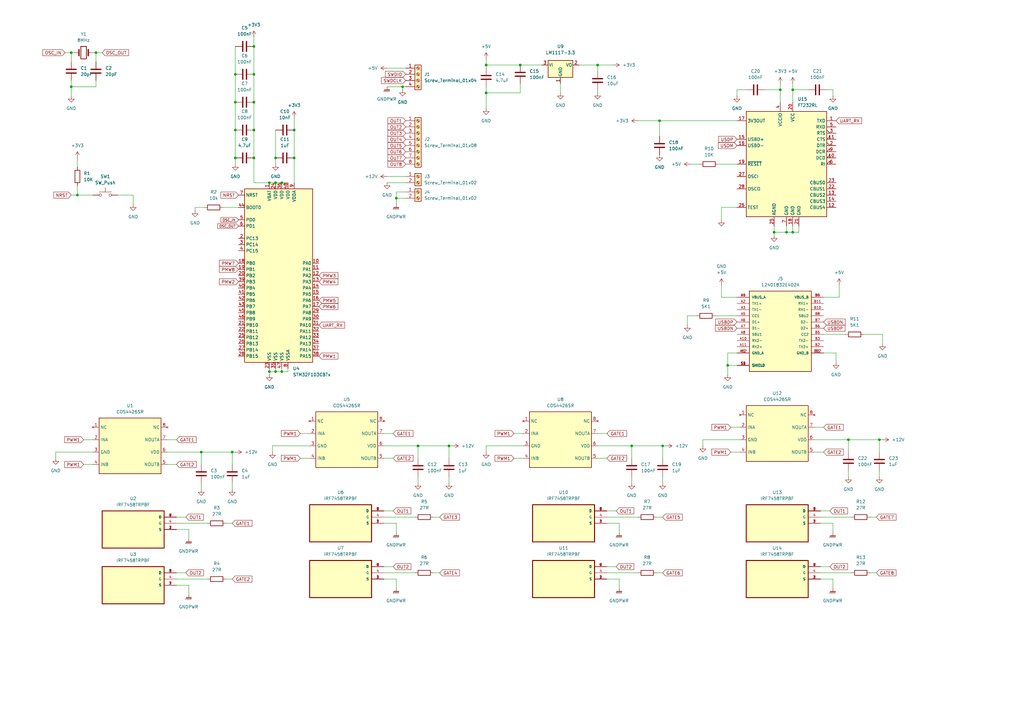
<source format=kicad_sch>
(kicad_sch (version 20211123) (generator eeschema)
  (paper "A3")
  (junction (at 29.21 35.56))
  (junction (at 31.75 80.01))
  (junction (at 270.51 49.53))
  (junction (at 199.39 38.1))
  (junction (at 104.14 53.34))
  (junction (at 104.14 30.48))
  (junction (at 29.21 21.59))
  (junction (at 325.12 36.83))
  (junction (at 104.14 19.05))
  (junction (at 199.39 26.67))
  (junction (at 82.55 185.42))
  (junction (at 320.04 36.83))
  (junction (at 171.45 182.88))
  (junction (at 113.03 152.4))
  (junction (at 96.52 64.77))
  (junction (at 115.57 74.93))
  (junction (at 120.65 64.77))
  (junction (at 271.78 182.88))
  (junction (at 360.68 180.34))
  (junction (at 245.11 26.67))
  (junction (at 113.03 64.77))
  (junction (at 317.5 95.25))
  (junction (at 162.56 81.28))
  (junction (at 213.36 26.67))
  (junction (at 95.25 185.42))
  (junction (at 104.14 64.77))
  (junction (at 298.45 149.86))
  (junction (at 96.52 41.91))
  (junction (at 120.65 53.34))
  (junction (at 184.15 182.88))
  (junction (at 322.58 95.25))
  (junction (at 96.52 53.34))
  (junction (at 115.57 152.4))
  (junction (at 165.1 35.56))
  (junction (at 39.37 21.59))
  (junction (at 113.03 74.93))
  (junction (at 110.49 152.4))
  (junction (at 96.52 30.48))
  (junction (at 104.14 41.91))
  (junction (at 110.49 74.93))
  (junction (at 347.98 180.34))
  (junction (at 325.12 95.25))
  (junction (at 259.08 182.88))
  (wire (pts (xy 298.45 149.86) (xy 298.45 153.67)))
  (wire (pts (xy 214.63 182.88) (xy 199.39 182.88)))
  (wire (pts (xy 157.48 177.8) (xy 161.29 177.8)))
  (wire (pts (xy 199.39 35.56) (xy 199.39 38.1)))
  (wire (pts (xy 162.56 81.28) (xy 162.56 83.82)))
  (wire (pts (xy 199.39 26.67) (xy 199.39 27.94)))
  (wire (pts (xy 157.48 214.63) (xy 162.56 214.63)))
  (wire (pts (xy 317.5 92.71) (xy 317.5 95.25)))
  (wire (pts (xy 322.58 95.25) (xy 325.12 95.25)))
  (wire (pts (xy 157.48 237.49) (xy 162.56 237.49)))
  (wire (pts (xy 157.48 187.96) (xy 161.29 187.96)))
  (wire (pts (xy 320.04 34.29) (xy 320.04 36.83)))
  (wire (pts (xy 166.37 81.28) (xy 162.56 81.28)))
  (wire (pts (xy 31.75 80.01) (xy 38.1 80.01)))
  (wire (pts (xy 68.58 190.5) (xy 72.39 190.5)))
  (wire (pts (xy 120.65 64.77) (xy 120.65 74.93)))
  (wire (pts (xy 96.52 64.77) (xy 96.52 67.31)))
  (wire (pts (xy 360.68 180.34) (xy 361.95 180.34)))
  (wire (pts (xy 325.12 36.83) (xy 331.47 36.83)))
  (wire (pts (xy 82.55 185.42) (xy 82.55 190.5)))
  (wire (pts (xy 120.65 53.34) (xy 120.65 64.77)))
  (wire (pts (xy 259.08 182.88) (xy 259.08 187.96)))
  (wire (pts (xy 302.26 85.09) (xy 295.91 85.09)))
  (wire (pts (xy 295.91 85.09) (xy 295.91 90.17)))
  (wire (pts (xy 80.01 85.09) (xy 80.01 86.36)))
  (wire (pts (xy 248.92 212.09) (xy 261.62 212.09)))
  (wire (pts (xy 171.45 195.58) (xy 171.45 198.12)))
  (wire (pts (xy 29.21 21.59) (xy 29.21 25.4)))
  (wire (pts (xy 104.14 19.05) (xy 104.14 30.48)))
  (wire (pts (xy 334.01 180.34) (xy 347.98 180.34)))
  (wire (pts (xy 111.76 182.88) (xy 127 182.88)))
  (wire (pts (xy 336.55 234.95) (xy 349.25 234.95)))
  (wire (pts (xy 347.98 180.34) (xy 360.68 180.34)))
  (wire (pts (xy 325.12 92.71) (xy 325.12 95.25)))
  (wire (pts (xy 299.72 185.42) (xy 303.53 185.42)))
  (wire (pts (xy 184.15 182.88) (xy 184.15 187.96)))
  (wire (pts (xy 336.55 237.49) (xy 341.63 237.49)))
  (wire (pts (xy 157.48 232.41) (xy 161.29 232.41)))
  (wire (pts (xy 361.95 137.16) (xy 361.95 140.97)))
  (wire (pts (xy 34.29 190.5) (xy 38.1 190.5)))
  (wire (pts (xy 336.55 214.63) (xy 341.63 214.63)))
  (wire (pts (xy 303.53 180.34) (xy 288.29 180.34)))
  (wire (pts (xy 341.63 214.63) (xy 341.63 218.44)))
  (wire (pts (xy 26.67 21.59) (xy 29.21 21.59)))
  (wire (pts (xy 110.49 152.4) (xy 110.49 153.67)))
  (wire (pts (xy 162.56 237.49) (xy 162.56 241.3)))
  (wire (pts (xy 184.15 198.12) (xy 184.15 195.58)))
  (wire (pts (xy 199.39 38.1) (xy 213.36 38.1)))
  (wire (pts (xy 110.49 152.4) (xy 113.03 152.4)))
  (wire (pts (xy 39.37 35.56) (xy 39.37 33.02)))
  (wire (pts (xy 325.12 36.83) (xy 325.12 41.91)))
  (wire (pts (xy 302.26 121.92) (xy 295.91 121.92)))
  (wire (pts (xy 48.26 80.01) (xy 54.61 80.01)))
  (wire (pts (xy 29.21 33.02) (xy 29.21 35.56)))
  (wire (pts (xy 261.62 49.53) (xy 270.51 49.53)))
  (wire (pts (xy 104.14 74.93) (xy 110.49 74.93)))
  (wire (pts (xy 171.45 182.88) (xy 171.45 187.96)))
  (wire (pts (xy 248.92 214.63) (xy 254 214.63)))
  (wire (pts (xy 245.11 26.67) (xy 251.46 26.67)))
  (wire (pts (xy 248.92 209.55) (xy 252.73 209.55)))
  (wire (pts (xy 269.24 234.95) (xy 271.78 234.95)))
  (wire (pts (xy 339.09 36.83) (xy 341.63 36.83)))
  (wire (pts (xy 199.39 182.88) (xy 199.39 185.42)))
  (wire (pts (xy 294.64 67.31) (xy 302.26 67.31)))
  (wire (pts (xy 68.58 185.42) (xy 82.55 185.42)))
  (wire (pts (xy 245.11 26.67) (xy 245.11 29.21)))
  (wire (pts (xy 210.82 177.8) (xy 214.63 177.8)))
  (wire (pts (xy 341.63 36.83) (xy 341.63 39.37)))
  (wire (pts (xy 360.68 180.34) (xy 360.68 185.42)))
  (wire (pts (xy 248.92 237.49) (xy 254 237.49)))
  (wire (pts (xy 72.39 214.63) (xy 85.09 214.63)))
  (wire (pts (xy 299.72 175.26) (xy 303.53 175.26)))
  (wire (pts (xy 82.55 198.12) (xy 82.55 200.66)))
  (wire (pts (xy 336.55 232.41) (xy 340.36 232.41)))
  (wire (pts (xy 347.98 180.34) (xy 347.98 185.42)))
  (wire (pts (xy 354.33 137.16) (xy 361.95 137.16)))
  (wire (pts (xy 123.19 177.8) (xy 127 177.8)))
  (wire (pts (xy 104.14 30.48) (xy 104.14 41.91)))
  (wire (pts (xy 341.63 237.49) (xy 341.63 241.3)))
  (wire (pts (xy 162.56 214.63) (xy 162.56 218.44)))
  (wire (pts (xy 72.39 212.09) (xy 76.2 212.09)))
  (wire (pts (xy 104.14 41.91) (xy 104.14 53.34)))
  (wire (pts (xy 213.36 34.29) (xy 213.36 38.1)))
  (wire (pts (xy 113.03 151.13) (xy 113.03 152.4)))
  (wire (pts (xy 157.48 182.88) (xy 171.45 182.88)))
  (wire (pts (xy 177.8 212.09) (xy 180.34 212.09)))
  (wire (pts (xy 213.36 26.67) (xy 222.25 26.67)))
  (wire (pts (xy 157.48 234.95) (xy 170.18 234.95)))
  (wire (pts (xy 325.12 34.29) (xy 325.12 36.83)))
  (wire (pts (xy 334.01 185.42) (xy 337.82 185.42)))
  (wire (pts (xy 115.57 74.93) (xy 118.11 74.93)))
  (wire (pts (xy 162.56 78.74) (xy 166.37 78.74)))
  (wire (pts (xy 96.52 41.91) (xy 96.52 53.34)))
  (wire (pts (xy 356.87 234.95) (xy 359.41 234.95)))
  (wire (pts (xy 162.56 78.74) (xy 162.56 81.28)))
  (wire (pts (xy 31.75 64.77) (xy 31.75 68.58)))
  (wire (pts (xy 118.11 152.4) (xy 118.11 151.13)))
  (wire (pts (xy 306.07 36.83) (xy 302.26 36.83)))
  (wire (pts (xy 288.29 180.34) (xy 288.29 182.88)))
  (wire (pts (xy 254 237.49) (xy 254 241.3)))
  (wire (pts (xy 22.86 185.42) (xy 22.86 187.96)))
  (wire (pts (xy 104.14 53.34) (xy 104.14 64.77)))
  (wire (pts (xy 336.55 209.55) (xy 340.36 209.55)))
  (wire (pts (xy 360.68 195.58) (xy 360.68 193.04)))
  (wire (pts (xy 96.52 53.34) (xy 96.52 64.77)))
  (wire (pts (xy 95.25 200.66) (xy 95.25 198.12)))
  (wire (pts (xy 115.57 152.4) (xy 118.11 152.4)))
  (wire (pts (xy 269.24 212.09) (xy 271.78 212.09)))
  (wire (pts (xy 54.61 80.01) (xy 54.61 83.82)))
  (wire (pts (xy 68.58 180.34) (xy 72.39 180.34)))
  (wire (pts (xy 171.45 182.88) (xy 184.15 182.88)))
  (wire (pts (xy 342.9 144.78) (xy 342.9 148.59)))
  (wire (pts (xy 104.14 64.77) (xy 104.14 74.93)))
  (wire (pts (xy 82.55 185.42) (xy 95.25 185.42)))
  (wire (pts (xy 317.5 95.25) (xy 322.58 95.25)))
  (wire (pts (xy 31.75 76.2) (xy 31.75 80.01)))
  (wire (pts (xy 157.48 212.09) (xy 170.18 212.09)))
  (wire (pts (xy 344.17 116.84) (xy 344.17 121.92)))
  (wire (pts (xy 302.26 36.83) (xy 302.26 39.37)))
  (wire (pts (xy 29.21 21.59) (xy 30.48 21.59)))
  (wire (pts (xy 39.37 21.59) (xy 39.37 25.4)))
  (wire (pts (xy 95.25 185.42) (xy 95.25 190.5)))
  (wire (pts (xy 92.71 214.63) (xy 95.25 214.63)))
  (wire (pts (xy 298.45 149.86) (xy 302.26 149.86)))
  (wire (pts (xy 72.39 237.49) (xy 85.09 237.49)))
  (wire (pts (xy 113.03 64.77) (xy 113.03 67.31)))
  (wire (pts (xy 302.26 144.78) (xy 298.45 144.78)))
  (wire (pts (xy 210.82 187.96) (xy 214.63 187.96)))
  (wire (pts (xy 313.69 36.83) (xy 320.04 36.83)))
  (wire (pts (xy 91.44 85.09) (xy 97.79 85.09)))
  (wire (pts (xy 77.47 217.17) (xy 77.47 220.98)))
  (wire (pts (xy 356.87 212.09) (xy 359.41 212.09)))
  (wire (pts (xy 245.11 182.88) (xy 259.08 182.88)))
  (wire (pts (xy 29.21 80.01) (xy 31.75 80.01)))
  (wire (pts (xy 72.39 234.95) (xy 76.2 234.95)))
  (wire (pts (xy 83.82 85.09) (xy 80.01 85.09)))
  (wire (pts (xy 199.39 38.1) (xy 199.39 44.45)))
  (wire (pts (xy 96.52 30.48) (xy 96.52 41.91)))
  (wire (pts (xy 237.49 26.67) (xy 245.11 26.67)))
  (wire (pts (xy 165.1 35.56) (xy 166.37 35.56)))
  (wire (pts (xy 95.25 185.42) (xy 96.52 185.42)))
  (wire (pts (xy 347.98 193.04) (xy 347.98 195.58)))
  (wire (pts (xy 38.1 21.59) (xy 39.37 21.59)))
  (wire (pts (xy 248.92 232.41) (xy 252.73 232.41)))
  (wire (pts (xy 113.03 53.34) (xy 113.03 64.77)))
  (wire (pts (xy 157.48 209.55) (xy 161.29 209.55)))
  (wire (pts (xy 184.15 182.88) (xy 185.42 182.88)))
  (wire (pts (xy 72.39 240.03) (xy 77.47 240.03)))
  (wire (pts (xy 337.82 121.92) (xy 344.17 121.92)))
  (wire (pts (xy 245.11 177.8) (xy 248.92 177.8)))
  (wire (pts (xy 259.08 182.88) (xy 271.78 182.88)))
  (wire (pts (xy 113.03 74.93) (xy 115.57 74.93)))
  (wire (pts (xy 104.14 15.24) (xy 104.14 19.05)))
  (wire (pts (xy 245.11 187.96) (xy 248.92 187.96)))
  (wire (pts (xy 120.65 48.26) (xy 120.65 53.34)))
  (wire (pts (xy 322.58 92.71) (xy 322.58 95.25)))
  (wire (pts (xy 327.66 92.71) (xy 327.66 95.25)))
  (wire (pts (xy 199.39 26.67) (xy 213.36 26.67)))
  (wire (pts (xy 110.49 74.93) (xy 113.03 74.93)))
  (wire (pts (xy 334.01 175.26) (xy 337.82 175.26)))
  (wire (pts (xy 110.49 151.13) (xy 110.49 152.4)))
  (wire (pts (xy 293.37 129.54) (xy 302.26 129.54)))
  (wire (pts (xy 281.94 129.54) (xy 285.75 129.54)))
  (wire (pts (xy 295.91 116.84) (xy 295.91 121.92)))
  (wire (pts (xy 39.37 21.59) (xy 41.91 21.59)))
  (wire (pts (xy 270.51 49.53) (xy 270.51 55.88)))
  (wire (pts (xy 259.08 195.58) (xy 259.08 198.12)))
  (wire (pts (xy 158.75 74.93) (xy 166.37 74.93)))
  (wire (pts (xy 245.11 36.83) (xy 245.11 38.1)))
  (wire (pts (xy 199.39 24.13) (xy 199.39 26.67)))
  (wire (pts (xy 111.76 182.88) (xy 111.76 185.42)))
  (wire (pts (xy 38.1 185.42) (xy 22.86 185.42)))
  (wire (pts (xy 270.51 49.53) (xy 302.26 49.53)))
  (wire (pts (xy 92.71 237.49) (xy 95.25 237.49)))
  (wire (pts (xy 229.87 34.29) (xy 229.87 38.1)))
  (wire (pts (xy 158.75 35.56) (xy 165.1 35.56)))
  (wire (pts (xy 96.52 19.05) (xy 96.52 30.48)))
  (wire (pts (xy 271.78 182.88) (xy 271.78 187.96)))
  (wire (pts (xy 320.04 36.83) (xy 320.04 41.91)))
  (wire (pts (xy 158.75 27.94) (xy 166.37 27.94)))
  (wire (pts (xy 254 214.63) (xy 254 218.44)))
  (wire (pts (xy 29.21 35.56) (xy 39.37 35.56)))
  (wire (pts (xy 123.19 187.96) (xy 127 187.96)))
  (wire (pts (xy 158.75 72.39) (xy 166.37 72.39)))
  (wire (pts (xy 336.55 212.09) (xy 349.25 212.09)))
  (wire (pts (xy 271.78 198.12) (xy 271.78 195.58)))
  (wire (pts (xy 298.45 144.78) (xy 298.45 149.86)))
  (wire (pts (xy 72.39 217.17) (xy 77.47 217.17)))
  (wire (pts (xy 271.78 182.88) (xy 273.05 182.88)))
  (wire (pts (xy 77.47 240.03) (xy 77.47 243.84)))
  (wire (pts (xy 34.29 180.34) (xy 38.1 180.34)))
  (wire (pts (xy 29.21 35.56) (xy 29.21 39.37)))
  (wire (pts (xy 113.03 152.4) (xy 115.57 152.4)))
  (wire (pts (xy 177.8 234.95) (xy 180.34 234.95)))
  (wire (pts (xy 248.92 234.95) (xy 261.62 234.95)))
  (wire (pts (xy 165.1 35.56) (xy 165.1 36.83)))
  (wire (pts (xy 283.21 67.31) (xy 287.02 67.31)))
  (wire (pts (xy 337.82 144.78) (xy 342.9 144.78)))
  (wire (pts (xy 317.5 95.25) (xy 317.5 96.52)))
  (wire (pts (xy 337.82 137.16) (xy 346.71 137.16)))
  (wire (pts (xy 281.94 129.54) (xy 281.94 133.35)))
  (wire (pts (xy 325.12 95.25) (xy 327.66 95.25)))
  (wire (pts (xy 115.57 151.13) (xy 115.57 152.4)))
  (global_label "PWM1" (shape input) (at 123.19 187.96 180) (property "Intersheet References" "${INTERSHEET_REFS}" (effects hide)))
  (global_label "GATE4" (shape input) (at 180.34 234.95 0) (property "Intersheet References" "${INTERSHEET_REFS}" (effects hide)))
  (global_label "GATE1" (shape input) (at 161.29 177.8 0) (property "Intersheet References" "${INTERSHEET_REFS}" (effects hide)))
  (global_label "OUT2" (shape input) (at 252.73 232.41 0) (property "Intersheet References" "${INTERSHEET_REFS}" (effects hide)))
  (global_label "PWM1" (shape input) (at 123.19 177.8 180) (property "Intersheet References" "${INTERSHEET_REFS}" (effects hide)))
  (global_label "PMW2" (shape input) (at 97.79 115.57 180) (property "Intersheet References" "${INTERSHEET_REFS}" (effects hide)))
  (global_label "OUT2" (shape input) (at 161.29 232.41 0) (property "Intersheet References" "${INTERSHEET_REFS}" (effects hide)))
  (global_label "OUT1" (shape input) (at 252.73 209.55 0) (property "Intersheet References" "${INTERSHEET_REFS}" (effects hide)))
  (global_label "PMW7" (shape input) (at 97.79 107.95 180) (property "Intersheet References" "${INTERSHEET_REFS}" (effects hide)))
  (global_label "USBDN" (shape input) (at 337.82 132.08 0) (property "Intersheet References" "${INTERSHEET_REFS}" (effects hide)))
  (global_label "GATE1" (shape input) (at 72.39 180.34 0) (property "Intersheet References" "${INTERSHEET_REFS}" (effects hide)))
  (global_label "GATE2" (shape input) (at 337.82 185.42 0) (property "Intersheet References" "${INTERSHEET_REFS}" (effects hide)))
  (global_label "PWM1" (shape input) (at 299.72 185.42 180) (property "Intersheet References" "${INTERSHEET_REFS}" (effects hide)))
  (global_label "GATE1" (shape input) (at 248.92 177.8 0) (property "Intersheet References" "${INTERSHEET_REFS}" (effects hide)))
  (global_label "PMW4" (shape input) (at 130.81 115.57 0) (property "Intersheet References" "${INTERSHEET_REFS}" (effects hide)))
  (global_label "GATE5" (shape input) (at 271.78 212.09 0) (property "Intersheet References" "${INTERSHEET_REFS}" (effects hide)))
  (global_label "USDP" (shape input) (at 302.26 57.15 180) (property "Intersheet References" "${INTERSHEET_REFS}" (effects hide)))
  (global_label "GATE2" (shape input) (at 72.39 190.5 0) (property "Intersheet References" "${INTERSHEET_REFS}" (effects hide)))
  (global_label "PWM1" (shape input) (at 210.82 177.8 180) (property "Intersheet References" "${INTERSHEET_REFS}" (effects hide)))
  (global_label "GATE8" (shape input) (at 359.41 234.95 0) (property "Intersheet References" "${INTERSHEET_REFS}" (effects hide)))
  (global_label "OSC_OUT" (shape input) (at 97.79 92.71 180) (effects (font (size 1 1))) (property "Intersheet References" "${INTERSHEET_REFS}" (effects hide)))
  (global_label "PMW5" (shape input) (at 130.81 123.19 0) (property "Intersheet References" "${INTERSHEET_REFS}" (effects hide)))
  (global_label "SWDCLK" (shape input) (at 166.37 33.02 180) (property "Intersheet References" "${INTERSHEET_REFS}" (effects hide)))
  (global_label "PMW1" (shape input) (at 130.81 146.05 0) (property "Intersheet References" "${INTERSHEET_REFS}" (effects hide)))
  (global_label "NRST" (shape input) (at 97.79 80.01 180) (property "Intersheet References" "${INTERSHEET_REFS}" (effects hide)))
  (global_label "USBDP" (shape input) (at 337.82 134.62 0) (property "Intersheet References" "${INTERSHEET_REFS}" (effects hide)))
  (global_label "PWM1" (shape input) (at 34.29 190.5 180) (property "Intersheet References" "${INTERSHEET_REFS}" (effects hide)))
  (global_label "GATE2" (shape input) (at 248.92 187.96 0) (property "Intersheet References" "${INTERSHEET_REFS}" (effects hide)))
  (global_label "PWM1" (shape input) (at 299.72 175.26 180) (property "Intersheet References" "${INTERSHEET_REFS}" (effects hide)))
  (global_label "OSC_IN" (shape input) (at 97.79 90.17 180) (effects (font (size 1 1))) (property "Intersheet References" "${INTERSHEET_REFS}" (effects hide)))
  (global_label "OUT2" (shape input) (at 166.37 52.07 180) (property "Intersheet References" "${INTERSHEET_REFS}" (effects hide)))
  (global_label "USBDN" (shape input) (at 302.26 134.62 180) (property "Intersheet References" "${INTERSHEET_REFS}" (effects hide)))
  (global_label "UART_RX" (shape input) (at 342.9 49.53 0) (property "Intersheet References" "${INTERSHEET_REFS}" (effects hide)))
  (global_label "GATE7" (shape input) (at 359.41 212.09 0) (property "Intersheet References" "${INTERSHEET_REFS}" (effects hide)))
  (global_label "OUT1" (shape input) (at 340.36 209.55 0) (property "Intersheet References" "${INTERSHEET_REFS}" (effects hide)))
  (global_label "GATE3" (shape input) (at 180.34 212.09 0) (property "Intersheet References" "${INTERSHEET_REFS}" (effects hide)))
  (global_label "OSC_IN" (shape input) (at 26.67 21.59 180) (property "Intersheet References" "${INTERSHEET_REFS}" (effects hide)))
  (global_label "NRST" (shape input) (at 29.21 80.01 180) (property "Intersheet References" "${INTERSHEET_REFS}" (effects hide)))
  (global_label "GATE2" (shape input) (at 95.25 237.49 0) (property "Intersheet References" "${INTERSHEET_REFS}" (effects hide)))
  (global_label "OUT5" (shape input) (at 166.37 59.69 180) (property "Intersheet References" "${INTERSHEET_REFS}" (effects hide)))
  (global_label "GATE2" (shape input) (at 161.29 187.96 0) (property "Intersheet References" "${INTERSHEET_REFS}" (effects hide)))
  (global_label "OUT1" (shape input) (at 161.29 209.55 0) (property "Intersheet References" "${INTERSHEET_REFS}" (effects hide)))
  (global_label "OSC_OUT" (shape input) (at 41.91 21.59 0) (property "Intersheet References" "${INTERSHEET_REFS}" (effects hide)))
  (global_label "OUT2" (shape input) (at 76.2 234.95 0) (property "Intersheet References" "${INTERSHEET_REFS}" (effects hide)))
  (global_label "PMW3" (shape input) (at 130.81 113.03 0) (property "Intersheet References" "${INTERSHEET_REFS}" (effects hide)))
  (global_label "OUT8" (shape input) (at 166.37 67.31 180) (property "Intersheet References" "${INTERSHEET_REFS}" (effects hide)))
  (global_label "PWM1" (shape input) (at 34.29 180.34 180) (property "Intersheet References" "${INTERSHEET_REFS}" (effects hide)))
  (global_label "PMW8" (shape input) (at 97.79 110.49 180) (property "Intersheet References" "${INTERSHEET_REFS}" (effects hide)))
  (global_label "OUT7" (shape input) (at 166.37 64.77 180) (property "Intersheet References" "${INTERSHEET_REFS}" (effects hide)))
  (global_label "GATE1" (shape input) (at 95.25 214.63 0) (property "Intersheet References" "${INTERSHEET_REFS}" (effects hide)))
  (global_label "OUT1" (shape input) (at 166.37 49.53 180) (property "Intersheet References" "${INTERSHEET_REFS}" (effects hide)))
  (global_label "USDM" (shape input) (at 302.26 59.69 180) (property "Intersheet References" "${INTERSHEET_REFS}" (effects hide)))
  (global_label "OUT3" (shape input) (at 166.37 54.61 180) (property "Intersheet References" "${INTERSHEET_REFS}" (effects hide)))
  (global_label "OUT6" (shape input) (at 166.37 62.23 180) (property "Intersheet References" "${INTERSHEET_REFS}" (effects hide)))
  (global_label "SWDIO" (shape input) (at 166.37 30.48 180) (property "Intersheet References" "${INTERSHEET_REFS}" (effects hide)))
  (global_label "PMW6" (shape input) (at 130.81 125.73 0) (property "Intersheet References" "${INTERSHEET_REFS}" (effects hide)))
  (global_label "USBDP" (shape input) (at 302.26 132.08 180) (property "Intersheet References" "${INTERSHEET_REFS}" (effects hide)))
  (global_label "GATE6" (shape input) (at 271.78 234.95 0) (property "Intersheet References" "${INTERSHEET_REFS}" (effects hide)))
  (global_label "OUT1" (shape input) (at 76.2 212.09 0) (property "Intersheet References" "${INTERSHEET_REFS}" (effects hide)))
  (global_label "PWM1" (shape input) (at 210.82 187.96 180) (property "Intersheet References" "${INTERSHEET_REFS}" (effects hide)))
  (global_label "UART_RX" (shape input) (at 130.81 133.35 0) (property "Intersheet References" "${INTERSHEET_REFS}" (effects hide)))
  (global_label "OUT4" (shape input) (at 166.37 57.15 180) (property "Intersheet References" "${INTERSHEET_REFS}" (effects hide)))
  (global_label "GATE1" (shape input) (at 337.82 175.26 0) (property "Intersheet References" "${INTERSHEET_REFS}" (effects hide)))
  (global_label "OUT2" (shape input) (at 340.36 232.41 0) (property "Intersheet References" "${INTERSHEET_REFS}" (effects hide)))
  (symbol (lib_id "Connector:Screw_Terminal_01x02") (at 171.45 72.39 0) (unit 1)
    (property "Reference" "J3" (at 173.99 72.3899 0) (effects (justify left)))
    (property "Value" "Screw_Terminal_01x02" (at 173.99 74.9299 0) (effects (justify left)))
  )
  (symbol (lib_id "power:GNDPWR") (at 162.56 83.82 0) (unit 1)
    (property "Reference" "#PWR021" (effects hide))
    (property "Value" "GNDPWR" (at 162.433 88.9 0))
  )
  (symbol (lib_id "Device:Crystal") (at 34.29 21.59 0) (unit 1)
    (property "Reference" "Y1" (at 34.29 13.97 0))
    (property "Value" "8MHz" (at 34.29 16.51 0))
  )
  (symbol (lib_id "power:GND") (at 22.86 187.96 0) (unit 1)
    (property "Reference" "#PWR01" (effects hide))
    (property "Value" "GND" (at 22.86 193.04 0))
  )
  (symbol (lib_id "power:+3V3") (at 261.62 49.53 90) (unit 1)
    (property "Reference" "#PWR037" (effects hide))
    (property "Value" "+3V3" (at 257.81 49.5299 90) (effects (justify left)))
  )
  (symbol (lib_id "power:GNDPWR") (at 77.47 220.98 0) (unit 1)
    (property "Reference" "#PWR05" (effects hide))
    (property "Value" "GNDPWR" (at 77.343 226.06 0))
  )
  (symbol (lib_id "Device:R") (at 87.63 85.09 90) (unit 1)
    (property "Reference" "R2" (at 87.63 78.74 90))
    (property "Value" "10k" (at 87.63 81.28 90))
  )
  (symbol (lib_id "power:GND") (at 360.68 195.58 0) (unit 1)
    (property "Reference" "#PWR057" (effects hide))
    (property "Value" "GND" (at 360.68 200.66 0))
  )
  (symbol (lib_id "power:GND") (at 288.29 182.88 0) (unit 1)
    (property "Reference" "#PWR043" (effects hide))
    (property "Value" "GND" (at 288.29 187.96 0))
  )
  (symbol (lib_id "Device:R") (at 350.52 137.16 90) (unit 1)
    (property "Reference" "R11" (at 350.52 130.81 90))
    (property "Value" "5K1" (at 350.52 133.35 90))
  )
  (symbol (lib_id "power:GND") (at 342.9 148.59 0) (unit 1)
    (property "Reference" "#PWR054" (effects hide))
    (property "Value" "GND" (at 342.9 153.67 0))
  )
  (symbol (lib_id "Device:C") (at 270.51 59.69 0) (unit 1)
    (property "Reference" "C18" (at 274.32 58.4199 0) (effects (justify left)))
    (property "Value" "100nF" (at 274.32 60.9599 0) (effects (justify left)))
  )
  (symbol (lib_id "COS4426SR:COS4426SR") (at 52.07 170.18 0) (unit 1)
    (property "Reference" "U1" (at 53.34 166.37 0))
    (property "Value" "COS4426SR" (at 53.34 168.91 0))
  )
  (symbol (lib_id "IRF7458TRPBF:IRF7458TRPBF") (at 139.7 237.49 0) (unit 1)
    (property "Reference" "U7" (at 139.7 224.79 0))
    (property "Value" "IRF7458TRPBF" (at 139.7 227.33 0))
    (property "Footprint" "SOIC127P490X600X175-8N" (effects hide))
    (property "Manufacturer" "Infineon" (effects hide))
    (property "Package" "SOIC127P490X600X175-8N" (effects hide))
  )
  (symbol (lib_id "Device:R") (at 265.43 212.09 90) (unit 1)
    (property "Reference" "R7" (at 265.43 205.74 90))
    (property "Value" "27R" (at 265.43 208.28 90))
  )
  (symbol (lib_id "power:GND") (at 29.21 39.37 0) (unit 1)
    (property "Reference" "#PWR02" (effects hide))
    (property "Value" "GND" (at 29.21 44.45 0))
  )
  (symbol (lib_id "Device:C") (at 116.84 64.77 90) (unit 1)
    (property "Reference" "C11" (at 116.84 57.15 90))
    (property "Value" "1uF" (at 116.84 59.69 90))
  )
  (symbol (lib_id "Device:C") (at 347.98 189.23 0) (unit 1)
    (property "Reference" "C22" (at 351.79 187.9599 0) (effects (justify left)))
    (property "Value" "100nF" (at 351.79 190.4999 0) (effects (justify left)))
  )
  (symbol (lib_id "Device:C") (at 271.78 191.77 0) (unit 1)
    (property "Reference" "C19" (at 275.59 190.4999 0) (effects (justify left)))
    (property "Value" "1uF" (at 275.59 193.0399 0) (effects (justify left)))
  )
  (symbol (lib_id "power:GND") (at 245.11 38.1 0) (unit 1)
    (property "Reference" "#PWR032" (effects hide))
    (property "Value" "GND" (at 245.11 43.18 0))
  )
  (symbol (lib_id "Device:R") (at 289.56 129.54 270) (mirror x) (unit 1)
    (property "Reference" "R9" (at 289.56 123.19 90))
    (property "Value" "5K1" (at 289.56 125.73 90))
  )
  (symbol (lib_id "power:+12V") (at 185.42 182.88 270) (unit 1)
    (property "Reference" "#PWR027" (effects hide))
    (property "Value" "+12V" (at 189.23 182.8799 90) (effects (justify left)))
  )
  (symbol (lib_id "IRF7458TRPBF:IRF7458TRPBF") (at 54.61 240.03 0) (unit 1)
    (property "Reference" "U3" (at 54.61 227.33 0))
    (property "Value" "IRF7458TRPBF" (at 54.61 229.87 0))
    (property "Footprint" "SOIC127P490X600X175-8N" (effects hide))
    (property "Manufacturer" "Infineon" (effects hide))
    (property "Package" "SOIC127P490X600X175-8N" (effects hide))
  )
  (symbol (lib_id "Device:C") (at 29.21 29.21 0) (unit 1)
    (property "Reference" "C1" (at 33.02 27.9399 0) (effects (justify left)))
    (property "Value" "20pF" (at 33.02 30.4799 0) (effects (justify left)))
  )
  (symbol (lib_id "Device:R") (at 353.06 212.09 90) (unit 1)
    (property "Reference" "R12" (at 353.06 205.74 90))
    (property "Value" "27R" (at 353.06 208.28 90))
  )
  (symbol (lib_id "power:GND") (at 171.45 198.12 0) (unit 1)
    (property "Reference" "#PWR025" (effects hide))
    (property "Value" "GND" (at 171.45 203.2 0))
  )
  (symbol (lib_id "power:+3V3") (at 251.46 26.67 270) (unit 1)
    (property "Reference" "#PWR033" (effects hide))
    (property "Value" "+3V3" (at 255.27 26.6699 90) (effects (justify left)))
  )
  (symbol (lib_id "power:+12V") (at 361.95 180.34 270) (unit 1)
    (property "Reference" "#PWR059" (effects hide))
    (property "Value" "+12V" (at 365.76 180.3399 90) (effects (justify left)))
  )
  (symbol (lib_id "power:GND") (at 259.08 198.12 0) (unit 1)
    (property "Reference" "#PWR036" (effects hide))
    (property "Value" "GND" (at 259.08 203.2 0))
  )
  (symbol (lib_id "power:GNDPWR") (at 254 241.3 0) (unit 1)
    (property "Reference" "#PWR035" (effects hide))
    (property "Value" "GNDPWR" (at 253.873 246.38 0))
  )
  (symbol (lib_id "power:GND") (at 96.52 67.31 0) (unit 1)
    (property "Reference" "#PWR010" (effects hide))
    (property "Value" "GND" (at 96.52 72.39 0))
  )
  (symbol (lib_id "power:+3V3") (at 120.65 48.26 0) (unit 1)
    (property "Reference" "#PWR016" (effects hide))
    (property "Value" "+3V3" (at 120.65 43.18 0))
  )
  (symbol (lib_id "power:GND") (at 270.51 63.5 0) (unit 1)
    (property "Reference" "#PWR038" (effects hide))
    (property "Value" "GND" (at 270.51 68.58 0))
  )
  (symbol (lib_id "power:GND") (at 317.5 96.52 0) (unit 1)
    (property "Reference" "#PWR048" (effects hide))
    (property "Value" "GND" (at 317.5 101.6 0))
  )
  (symbol (lib_id "power:GND") (at 111.76 185.42 0) (unit 1)
    (property "Reference" "#PWR014" (effects hide))
    (property "Value" "GND" (at 111.76 190.5 0))
  )
  (symbol (lib_id "power:GND") (at 271.78 198.12 0) (unit 1)
    (property "Reference" "#PWR039" (effects hide))
    (property "Value" "GND" (at 271.78 203.2 0))
  )
  (symbol (lib_id "IRF7458TRPBF:IRF7458TRPBF") (at 54.61 217.17 0) (unit 1)
    (property "Reference" "U2" (at 54.61 204.47 0))
    (property "Value" "IRF7458TRPBF" (at 54.61 207.01 0))
    (property "Footprint" "SOIC127P490X600X175-8N" (effects hide))
    (property "Manufacturer" "Infineon" (effects hide))
    (property "Package" "SOIC127P490X600X175-8N" (effects hide))
  )
  (symbol (lib_id "power:GNDPWR") (at 158.75 35.56 0) (unit 1)
    (property "Reference" "#PWR018" (effects hide))
    (property "Value" "GNDPWR" (at 158.623 40.64 0))
  )
  (symbol (lib_id "IRF7458TRPBF:IRF7458TRPBF") (at 139.7 214.63 0) (unit 1)
    (property "Reference" "U6" (at 139.7 201.93 0))
    (property "Value" "IRF7458TRPBF" (at 139.7 204.47 0))
    (property "Footprint" "SOIC127P490X600X175-8N" (effects hide))
    (property "Manufacturer" "Infineon" (effects hide))
    (property "Package" "SOIC127P490X600X175-8N" (effects hide))
  )
  (symbol (lib_id "COS4426SR:COS4426SR") (at 140.97 167.64 0) (unit 1)
    (property "Reference" "U5" (at 142.24 163.83 0))
    (property "Value" "COS4426SR" (at 142.24 166.37 0))
  )
  (symbol (lib_id "Device:R") (at 173.99 234.95 90) (unit 1)
    (property "Reference" "R6" (at 173.99 228.6 90))
    (property "Value" "27R" (at 173.99 231.14 90))
  )
  (symbol (lib_id "power:GND") (at 199.39 44.45 0) (unit 1)
    (property "Reference" "#PWR029" (effects hide))
    (property "Value" "GND" (at 199.39 49.53 0))
  )
  (symbol (lib_id "power:GNDPWR") (at 77.47 243.84 0) (unit 1)
    (property "Reference" "#PWR06" (effects hide))
    (property "Value" "GNDPWR" (at 77.343 248.92 0))
  )
  (symbol (lib_id "Interface_USB:FT232RL") (at 322.58 67.31 0) (unit 1)
    (property "Reference" "U15" (at 327.1394 40.64 0) (effects (justify left)))
    (property "Value" "FT232RL" (at 327.1394 43.18 0) (effects (justify left)))
    (property "Footprint" "Package_SO:SSOP-28_5.3x10.2mm_P0.65mm" (effects hide))
    (property "Datasheet" "https://www.ftdichip.com/Support/Documents/DataSheets/ICs/DS_FT232R.pdf" (effects hide))
  )
  (symbol (lib_id "Device:R") (at 353.06 234.95 90) (unit 1)
    (property "Reference" "R13" (at 353.06 228.6 90))
    (property "Value" "27R" (at 353.06 231.14 90))
  )
  (symbol (lib_id "power:+5V") (at 344.17 116.84 0) (unit 1)
    (property "Reference" "#PWR055" (effects hide))
    (property "Value" "+5V" (at 344.17 111.76 0))
  )
  (symbol (lib_id "MCU_ST_STM32F1:STM32F103CBTx") (at 115.57 113.03 0) (unit 1)
    (property "Reference" "U4" (at 120.1294 151.13 0) (effects (justify left)))
    (property "Value" "STM32F103CBTx" (at 120.1294 153.67 0) (effects (justify left)))
    (property "Footprint" "Package_QFP:LQFP-48_7x7mm_P0.5mm" (effects hide))
    (property "Datasheet" "http://www.st.com/st-web-ui/static/active/en/resource/technical/document/datasheet/CD00161566.pdf" (effects hide))
  )
  (symbol (lib_id "Device:C") (at 82.55 194.31 0) (unit 1)
    (property "Reference" "C3" (at 86.36 193.0399 0) (effects (justify left)))
    (property "Value" "100nF" (at 86.36 195.5799 0) (effects (justify left)))
  )
  (symbol (lib_id "COS4426SR:COS4426SR") (at 317.5 165.1 0) (unit 1)
    (property "Reference" "U12" (at 318.77 161.29 0))
    (property "Value" "COS4426SR" (at 318.77 163.83 0))
  )
  (symbol (lib_id "power:GND") (at 302.26 39.37 0) (unit 1)
    (property "Reference" "#PWR047" (effects hide))
    (property "Value" "GND" (at 302.26 44.45 0))
  )
  (symbol (lib_id "power:GND") (at 281.94 133.35 0) (mirror y) (unit 1)
    (property "Reference" "#PWR041" (effects hide))
    (property "Value" "GND" (at 281.94 138.43 0))
  )
  (symbol (lib_id "12401832E402A:12401832E402A") (at 320.04 134.62 0) (unit 1)
    (property "Reference" "J5" (at 320.04 114.3 0))
    (property "Value" "12401832E402A" (at 320.04 116.84 0))
    (property "Footprint" "AMPHENOL_12401832E402A" (effects hide))
    (property "MAXIMUM_PACKAGE_HIEGHT" "3.28mm" (effects hide))
    (property "STANDARD" "Manufacturer Recommendations" (effects hide))
    (property "PARTREV" "X2" (effects hide))
    (property "MANUFACTURER" "Amphenol" (effects hide))
  )
  (symbol (lib_id "power:+5V") (at 325.12 34.29 0) (unit 1)
    (property "Reference" "#PWR050" (effects hide))
    (property "Value" "+5V" (at 325.12 29.21 0))
  )
  (symbol (lib_id "power:GND") (at 165.1 36.83 0) (unit 1)
    (property "Reference" "#PWR024" (effects hide))
    (property "Value" "GND" (at 165.1 41.91 0))
  )
  (symbol (lib_id "Device:C") (at 100.33 30.48 90) (unit 1)
    (property "Reference" "C6" (at 100.33 22.86 90))
    (property "Value" "100nF" (at 100.33 25.4 90))
  )
  (symbol (lib_id "IRF7458TRPBF:IRF7458TRPBF") (at 231.14 237.49 0) (unit 1)
    (property "Reference" "U11" (at 231.14 224.79 0))
    (property "Value" "IRF7458TRPBF" (at 231.14 227.33 0))
    (property "Footprint" "SOIC127P490X600X175-8N" (effects hide))
    (property "Manufacturer" "Infineon" (effects hide))
    (property "Package" "SOIC127P490X600X175-8N" (effects hide))
  )
  (symbol (lib_id "IRF7458TRPBF:IRF7458TRPBF") (at 231.14 214.63 0) (unit 1)
    (property "Reference" "U10" (at 231.14 201.93 0))
    (property "Value" "IRF7458TRPBF" (at 231.14 204.47 0))
    (property "Footprint" "SOIC127P490X600X175-8N" (effects hide))
    (property "Manufacturer" "Infineon" (effects hide))
    (property "Package" "SOIC127P490X600X175-8N" (effects hide))
  )
  (symbol (lib_id "Device:R") (at 290.83 67.31 90) (unit 1)
    (property "Reference" "R10" (at 290.83 60.96 90))
    (property "Value" "10K" (at 290.83 63.5 90))
  )
  (symbol (lib_id "power:GND") (at 229.87 38.1 0) (unit 1)
    (property "Reference" "#PWR031" (effects hide))
    (property "Value" "GND" (at 229.87 43.18 0))
  )
  (symbol (lib_id "Connector:Screw_Terminal_01x04") (at 171.45 30.48 0) (unit 1)
    (property "Reference" "J1" (at 173.99 30.4799 0) (effects (justify left)))
    (property "Value" "Screw_Terminal_01x04" (at 173.99 33.0199 0) (effects (justify left)))
  )
  (symbol (lib_id "Connector:Screw_Terminal_01x02") (at 171.45 78.74 0) (unit 1)
    (property "Reference" "J4" (at 173.99 78.7399 0) (effects (justify left)))
    (property "Value" "Screw_Terminal_01x02" (at 173.99 81.2799 0) (effects (justify left)))
  )
  (symbol (lib_id "Device:C") (at 100.33 19.05 90) (unit 1)
    (property "Reference" "C5" (at 100.33 11.43 90))
    (property "Value" "100nF" (at 100.33 13.97 90))
  )
  (symbol (lib_id "power:GND") (at 295.91 90.17 0) (unit 1)
    (property "Reference" "#PWR044" (effects hide))
    (property "Value" "GND" (at 295.91 109.22 0))
  )
  (symbol (lib_id "power:+12V") (at 96.52 185.42 270) (unit 1)
    (property "Reference" "#PWR011" (effects hide))
    (property "Value" "+12V" (at 100.33 185.4199 90) (effects (justify left)))
  )
  (symbol (lib_id "Device:C") (at 335.28 36.83 90) (unit 1)
    (property "Reference" "C21" (at 335.28 29.21 90))
    (property "Value" "100nF" (at 335.28 31.75 90))
  )
  (symbol (lib_id "power:GNDPWR") (at 341.63 218.44 0) (unit 1)
    (property "Reference" "#PWR052" (effects hide))
    (property "Value" "GNDPWR" (at 341.503 223.52 0))
  )
  (symbol (lib_id "power:GND") (at 95.25 200.66 0) (unit 1)
    (property "Reference" "#PWR09" (effects hide))
    (property "Value" "GND" (at 95.25 205.74 0))
  )
  (symbol (lib_id "power:GND") (at 298.45 153.67 0) (unit 1)
    (property "Reference" "#PWR046" (effects hide))
    (property "Value" "GND" (at 298.45 158.75 0))
  )
  (symbol (lib_id "Device:C") (at 199.39 31.75 0) (unit 1)
    (property "Reference" "C14" (at 203.2 30.4799 0) (effects (justify left)))
    (property "Value" "4.7uF" (at 203.2 33.0199 0) (effects (justify left)))
  )
  (symbol (lib_id "power:+3V3") (at 320.04 34.29 0) (unit 1)
    (property "Reference" "#PWR049" (effects hide))
    (property "Value" "+3V3" (at 320.04 29.21 0))
  )
  (symbol (lib_id "power:GND") (at 361.95 140.97 0) (unit 1)
    (property "Reference" "#PWR058" (effects hide))
    (property "Value" "GND" (at 361.95 146.05 0))
  )
  (symbol (lib_id "power:GND") (at 184.15 198.12 0) (unit 1)
    (property "Reference" "#PWR026" (effects hide))
    (property "Value" "GND" (at 184.15 203.2 0))
  )
  (symbol (lib_id "Device:C") (at 39.37 29.21 0) (unit 1)
    (property "Reference" "C2" (at 43.18 27.9399 0) (effects (justify left)))
    (property "Value" "20pF" (at 43.18 30.4799 0) (effects (justify left)))
  )
  (symbol (lib_id "power:+5V") (at 283.21 67.31 90) (unit 1)
    (property "Reference" "#PWR042" (effects hide))
    (property "Value" "+5V" (at 279.4 67.3099 90) (effects (justify left)))
  )
  (symbol (lib_id "Device:C") (at 184.15 191.77 0) (unit 1)
    (property "Reference" "C13" (at 187.96 190.4999 0) (effects (justify left)))
    (property "Value" "1uF" (at 187.96 193.0399 0) (effects (justify left)))
  )
  (symbol (lib_id "Device:C") (at 100.33 53.34 90) (unit 1)
    (property "Reference" "C8" (at 100.33 45.72 90))
    (property "Value" "100nF" (at 100.33 48.26 90))
  )
  (symbol (lib_id "Device:C") (at 116.84 53.34 90) (unit 1)
    (property "Reference" "C10" (at 116.84 45.72 90))
    (property "Value" "10nF" (at 116.84 48.26 90))
  )
  (symbol (lib_id "power:GND") (at 80.01 86.36 0) (unit 1)
    (property "Reference" "#PWR07" (effects hide))
    (property "Value" "GND" (at 80.01 91.44 0))
  )
  (symbol (lib_id "Device:C") (at 100.33 64.77 90) (unit 1)
    (property "Reference" "C9" (at 100.33 57.15 90))
    (property "Value" "4.7uF" (at 100.33 59.69 90))
  )
  (symbol (lib_id "power:GNDPWR") (at 254 218.44 0) (unit 1)
    (property "Reference" "#PWR034" (effects hide))
    (property "Value" "GNDPWR" (at 253.873 223.52 0))
  )
  (symbol (lib_id "power:+12V") (at 273.05 182.88 270) (unit 1)
    (property "Reference" "#PWR040" (effects hide))
    (property "Value" "+12V" (at 276.86 182.8799 90) (effects (justify left)))
  )
  (symbol (lib_id "power:+12V") (at 158.75 72.39 90) (unit 1)
    (property "Reference" "#PWR019" (effects hide))
    (property "Value" "+12V" (at 154.94 72.3899 90) (effects (justify left)))
  )
  (symbol (lib_id "Device:C") (at 360.68 189.23 0) (unit 1)
    (property "Reference" "C23" (at 364.49 187.9599 0) (effects (justify left)))
    (property "Value" "1uF" (at 364.49 190.4999 0) (effects (justify left)))
  )
  (symbol (lib_id "Regulator_Linear:LM1117-3.3") (at 229.87 26.67 0) (unit 1)
    (property "Reference" "U9" (at 229.87 19.05 0))
    (property "Value" "LM1117-3.3" (at 229.87 21.59 0))
    (property "Datasheet" "http://www.ti.com/lit/ds/symlink/lm1117.pdf" (effects hide))
  )
  (symbol (lib_id "Device:R") (at 31.75 72.39 0) (unit 1)
    (property "Reference" "R1" (at 34.29 71.1199 0) (effects (justify left)))
    (property "Value" "10K" (at 34.29 73.6599 0) (effects (justify left)))
  )
  (symbol (lib_id "Device:C") (at 309.88 36.83 90) (unit 1)
    (property "Reference" "C20" (at 309.88 29.21 90))
    (property "Value" "100nF" (at 309.88 31.75 90))
  )
  (symbol (lib_id "Device:C") (at 259.08 191.77 0) (unit 1)
    (property "Reference" "C17" (at 262.89 190.4999 0) (effects (justify left)))
    (property "Value" "100nF" (at 262.89 193.0399 0) (effects (justify left)))
  )
  (symbol (lib_id "power:+3V3") (at 31.75 64.77 0) (unit 1)
    (property "Reference" "#PWR03" (effects hide))
    (property "Value" "+3V3" (at 31.75 59.69 0))
  )
  (symbol (lib_id "power:GND") (at 82.55 200.66 0) (unit 1)
    (property "Reference" "#PWR08" (effects hide))
    (property "Value" "GND" (at 82.55 205.74 0))
  )
  (symbol (lib_id "power:GND") (at 199.39 185.42 0) (unit 1)
    (property "Reference" "#PWR030" (effects hide))
    (property "Value" "GND" (at 199.39 190.5 0))
  )
  (symbol (lib_id "Device:R") (at 88.9 237.49 90) (unit 1)
    (property "Reference" "R4" (at 88.9 231.14 90))
    (property "Value" "27R" (at 88.9 233.68 90))
  )
  (symbol (lib_id "power:GND") (at 341.63 39.37 0) (unit 1)
    (property "Reference" "#PWR051" (effects hide))
    (property "Value" "GND" (at 341.63 44.45 0))
  )
  (symbol (lib_id "power:GND") (at 347.98 195.58 0) (unit 1)
    (property "Reference" "#PWR056" (effects hide))
    (property "Value" "GND" (at 347.98 200.66 0))
  )
  (symbol (lib_id "Connector:Screw_Terminal_01x08") (at 171.45 57.15 0) (unit 1)
    (property "Reference" "J2" (at 173.99 57.1499 0) (effects (justify left)))
    (property "Value" "Screw_Terminal_01x08" (at 173.99 59.6899 0) (effects (justify left)))
  )
  (symbol (lib_id "Switch:SW_Push") (at 43.18 80.01 0) (unit 1)
    (property "Reference" "SW1" (at 43.18 72.39 0))
    (property "Value" "SW_Push" (at 43.18 74.93 0))
  )
  (symbol (lib_id "power:+5V") (at 199.39 24.13 0) (unit 1)
    (property "Reference" "#PWR028" (effects hide))
    (property "Value" "+5V" (at 199.39 19.05 0))
  )
  (symbol (lib_id "power:+5V") (at 158.75 27.94 90) (unit 1)
    (property "Reference" "#PWR017" (effects hide))
    (property "Value" "+5V" (at 154.94 27.9399 90) (effects (justify left)))
  )
  (symbol (lib_id "Device:C") (at 100.33 41.91 90) (unit 1)
    (property "Reference" "C7" (at 100.33 34.29 90))
    (property "Value" "100nF" (at 100.33 36.83 90))
  )
  (symbol (lib_id "Device:C") (at 171.45 191.77 0) (unit 1)
    (property "Reference" "C12" (at 175.26 190.4999 0) (effects (justify left)))
    (property "Value" "100nF" (at 175.26 193.0399 0) (effects (justify left)))
  )
  (symbol (lib_id "Device:R") (at 88.9 214.63 90) (unit 1)
    (property "Reference" "R3" (at 88.9 208.28 90))
    (property "Value" "27R" (at 88.9 210.82 90))
  )
  (symbol (lib_id "power:+5V") (at 295.91 116.84 0) (mirror y) (unit 1)
    (property "Reference" "#PWR045" (effects hide))
    (property "Value" "+5V" (at 295.91 111.76 0))
  )
  (symbol (lib_id "power:GND") (at 113.03 67.31 0) (unit 1)
    (property "Reference" "#PWR015" (effects hide))
    (property "Value" "GND" (at 113.03 72.39 0))
  )
  (symbol (lib_id "power:GND") (at 54.61 83.82 0) (unit 1)
    (property "Reference" "#PWR04" (effects hide))
    (property "Value" "GND" (at 54.61 88.9 0))
  )
  (symbol (lib_id "power:GNDPWR") (at 162.56 218.44 0) (unit 1)
    (property "Reference" "#PWR022" (effects hide))
    (property "Value" "GNDPWR" (at 162.433 223.52 0))
  )
  (symbol (lib_id "COS4426SR:COS4426SR") (at 228.6 167.64 0) (unit 1)
    (property "Reference" "U8" (at 229.87 163.83 0))
    (property "Value" "COS4426SR" (at 229.87 166.37 0))
  )
  (symbol (lib_id "Device:R") (at 265.43 234.95 90) (unit 1)
    (property "Reference" "R8" (at 265.43 228.6 90))
    (property "Value" "27R" (at 265.43 231.14 90))
  )
  (symbol (lib_id "Device:C") (at 95.25 194.31 0) (unit 1)
    (property "Reference" "C4" (at 99.06 193.0399 0) (effects (justify left)))
    (property "Value" "1uF" (at 99.06 195.5799 0) (effects (justify left)))
  )
  (symbol (lib_id "power:GND") (at 158.75 74.93 0) (unit 1)
    (property "Reference" "#PWR020" (effects hide))
    (property "Value" "GND" (at 158.75 80.01 0))
  )
  (symbol (lib_id "Device:C") (at 245.11 33.02 0) (unit 1)
    (property "Reference" "C16" (at 248.92 31.7499 0) (effects (justify left)))
    (property "Value" "10uF" (at 248.92 34.2899 0) (effects (justify left)))
  )
  (symbol (lib_id "Device:R") (at 173.99 212.09 90) (unit 1)
    (property "Reference" "R5" (at 173.99 205.74 90))
    (property "Value" "27R" (at 173.99 208.28 90))
  )
  (symbol (lib_id "power:+3V3") (at 104.14 15.24 0) (unit 1)
    (property "Reference" "#PWR012" (effects hide))
    (property "Value" "+3V3" (at 104.14 10.16 0))
  )
  (symbol (lib_id "power:GND") (at 110.49 153.67 0) (unit 1)
    (property "Reference" "#PWR013" (effects hide))
    (property "Value" "GND" (at 110.49 158.75 0))
  )
  (symbol (lib_id "power:GNDPWR") (at 162.56 241.3 0) (unit 1)
    (property "Reference" "#PWR023" (effects hide))
    (property "Value" "GNDPWR" (at 162.433 246.38 0))
  )
  (symbol (lib_id "IRF7458TRPBF:IRF7458TRPBF") (at 318.77 214.63 0) (unit 1)
    (property "Reference" "U13" (at 318.77 201.93 0))
    (property "Value" "IRF7458TRPBF" (at 318.77 204.47 0))
    (property "Footprint" "SOIC127P490X600X175-8N" (effects hide))
    (property "Manufacturer" "Infineon" (effects hide))
    (property "Package" "SOIC127P490X600X175-8N" (effects hide))
  )
  (symbol (lib_id "IRF7458TRPBF:IRF7458TRPBF") (at 318.77 237.49 0) (unit 1)
    (property "Reference" "U14" (at 318.77 224.79 0))
    (property "Value" "IRF7458TRPBF" (at 318.77 227.33 0))
    (property "Footprint" "SOIC127P490X600X175-8N" (effects hide))
    (property "Manufacturer" "Infineon" (effects hide))
    (property "Package" "SOIC127P490X600X175-8N" (effects hide))
  )
  (symbol (lib_id "power:GNDPWR") (at 341.63 241.3 0) (unit 1)
    (property "Reference" "#PWR053" (effects hide))
    (property "Value" "GNDPWR" (at 341.503 246.38 0))
  )
  (symbol (lib_id "Device:C") (at 213.36 30.48 0) (unit 1)
    (property "Reference" "C15" (at 217.17 29.2099 0) (effects (justify left)))
    (property "Value" "100nF" (at 217.17 31.7499 0) (effects (justify left)))
  )
)
</source>
